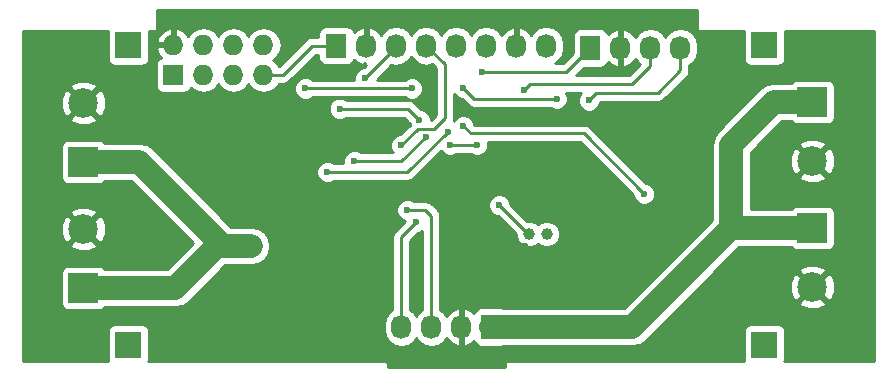
<source format=gbr>
G04 #@! TF.FileFunction,Copper,L2,Bot,Signal*
%FSLAX46Y46*%
G04 Gerber Fmt 4.6, Leading zero omitted, Abs format (unit mm)*
G04 Created by KiCad (PCBNEW 4.0.2-stable) date 2016年09月17日 星期六 10:25:48*
%MOMM*%
G01*
G04 APERTURE LIST*
%ADD10C,0.100000*%
%ADD11R,2.500000X2.500000*%
%ADD12C,2.500000*%
%ADD13R,2.235200X2.235200*%
%ADD14R,1.727200X2.032000*%
%ADD15O,1.727200X2.032000*%
%ADD16R,1.727200X1.727200*%
%ADD17O,1.727200X1.727200*%
%ADD18C,1.000760*%
%ADD19C,0.600000*%
%ADD20C,2.000000*%
%ADD21C,0.250000*%
%ADD22C,0.254000*%
G04 APERTURE END LIST*
D10*
D11*
X175260000Y-80772000D03*
D12*
X175260000Y-85772000D03*
D11*
X175260000Y-91440000D03*
D12*
X175260000Y-96440000D03*
D13*
X171196000Y-75946000D03*
X171196000Y-101346000D03*
D11*
X113538000Y-85852000D03*
D12*
X113538000Y-80852000D03*
D11*
X113538000Y-96520000D03*
D12*
X113538000Y-91520000D03*
D13*
X117348000Y-75946000D03*
X117348000Y-101346000D03*
D14*
X134937500Y-76009500D03*
D15*
X137477500Y-76009500D03*
X140017500Y-76009500D03*
X142557500Y-76009500D03*
X145097500Y-76009500D03*
X147637500Y-76009500D03*
X150177500Y-76009500D03*
X152717500Y-76009500D03*
D14*
X148082000Y-99822000D03*
D15*
X145542000Y-99822000D03*
X143002000Y-99822000D03*
X140462000Y-99822000D03*
D14*
X156464000Y-76200000D03*
D15*
X159004000Y-76200000D03*
X161544000Y-76200000D03*
X164084000Y-76200000D03*
D16*
X121158000Y-78486000D03*
D17*
X121158000Y-75946000D03*
X123698000Y-78486000D03*
X123698000Y-75946000D03*
X126238000Y-78486000D03*
X126238000Y-75946000D03*
X128778000Y-78486000D03*
X128778000Y-75946000D03*
D18*
X152768300Y-91948000D03*
X151269700Y-91948000D03*
D19*
X127711200Y-92964000D03*
X147320000Y-78232000D03*
X146875500Y-84391500D03*
X144589500Y-84391500D03*
X141732000Y-94640400D03*
X147777200Y-82296000D03*
X143154400Y-78181200D03*
X139242800Y-78638400D03*
X141071600Y-82727800D03*
X146786600Y-96469200D03*
X152882600Y-95758000D03*
X149072600Y-95173800D03*
X150901400Y-92938600D03*
X149580600Y-92913200D03*
X156489400Y-93751400D03*
X154432000Y-93091000D03*
X155956000Y-85648800D03*
X153746200Y-85598000D03*
X153898600Y-84455000D03*
X148640800Y-85572600D03*
X147091400Y-91211400D03*
X139674600Y-89992200D03*
X136906000Y-93345000D03*
X148742400Y-89509600D03*
X153619200Y-80492600D03*
X145694400Y-79552800D03*
X161010600Y-88544400D03*
X145694400Y-82804000D03*
X134188200Y-86690200D03*
X144373600Y-83286600D03*
X136474200Y-85801200D03*
X142519400Y-83718400D03*
X137414000Y-78740000D03*
X140462000Y-84455000D03*
X140970000Y-89916000D03*
X141732000Y-90932000D03*
X150876000Y-79756000D03*
X156337000Y-80645000D03*
X132334000Y-79629000D03*
X141351000Y-79629000D03*
X135229600Y-81330800D03*
X141986000Y-82296000D03*
D20*
X125374400Y-92964000D02*
X118262400Y-85852000D01*
X118262400Y-85852000D02*
X113538000Y-85852000D01*
X127711200Y-92964000D02*
X125374400Y-92964000D01*
X124866400Y-92964000D02*
X121310400Y-96520000D01*
X121310400Y-96520000D02*
X113538000Y-96520000D01*
X127711200Y-92964000D02*
X124866400Y-92964000D01*
X175260000Y-80772000D02*
X172010000Y-80772000D01*
X172010000Y-80772000D02*
X168402000Y-84380000D01*
X168402000Y-84380000D02*
X168402000Y-91440000D01*
X160020000Y-99822000D02*
X168402000Y-91440000D01*
X168402000Y-91440000D02*
X175260000Y-91440000D01*
X148082000Y-99822000D02*
X160020000Y-99822000D01*
D21*
X154432000Y-78232000D02*
X156464000Y-76200000D01*
X147320000Y-78232000D02*
X154432000Y-78232000D01*
X134937500Y-76009500D02*
X132905500Y-76009500D01*
X130429000Y-78486000D02*
X128778000Y-78486000D01*
X132905500Y-76009500D02*
X130429000Y-78486000D01*
X146875500Y-84391500D02*
X144589500Y-84391500D01*
X148742400Y-89509600D02*
X151180800Y-91948000D01*
X151180800Y-91948000D02*
X151269700Y-91948000D01*
X146634200Y-80492600D02*
X153619200Y-80492600D01*
X145694400Y-79552800D02*
X146634200Y-80492600D01*
X155905200Y-83439000D02*
X161010600Y-88544400D01*
X146329400Y-83439000D02*
X155905200Y-83439000D01*
X145694400Y-82804000D02*
X146329400Y-83439000D01*
X140970000Y-86690200D02*
X134188200Y-86690200D01*
X144373600Y-83286600D02*
X140970000Y-86690200D01*
X140436600Y-85801200D02*
X136474200Y-85801200D01*
X142519400Y-83718400D02*
X140436600Y-85801200D01*
X137414000Y-78740000D02*
X140017500Y-76136500D01*
X140017500Y-76136500D02*
X140017500Y-76009500D01*
X144145000Y-77597000D02*
X142557500Y-76009500D01*
X144145000Y-82169000D02*
X144145000Y-77597000D01*
X143256000Y-83058000D02*
X144145000Y-82169000D01*
X141859000Y-83058000D02*
X143256000Y-83058000D01*
X140462000Y-84455000D02*
X141859000Y-83058000D01*
X143002000Y-90424000D02*
X143002000Y-99822000D01*
X142494000Y-89916000D02*
X143002000Y-90424000D01*
X140970000Y-89916000D02*
X142494000Y-89916000D01*
X140462000Y-92202000D02*
X140462000Y-99822000D01*
X141732000Y-90932000D02*
X140462000Y-92202000D01*
X161544000Y-77724000D02*
X161544000Y-76200000D01*
X160020000Y-79248000D02*
X161544000Y-77724000D01*
X151384000Y-79248000D02*
X160020000Y-79248000D01*
X150876000Y-79756000D02*
X151384000Y-79248000D01*
X164084000Y-78105000D02*
X164084000Y-76200000D01*
X162179000Y-80010000D02*
X164084000Y-78105000D01*
X156972000Y-80010000D02*
X162179000Y-80010000D01*
X156337000Y-80645000D02*
X156972000Y-80010000D01*
X141351000Y-79629000D02*
X132334000Y-79629000D01*
X141020800Y-81330800D02*
X135229600Y-81330800D01*
X141986000Y-82296000D02*
X141020800Y-81330800D01*
D22*
G36*
X165481000Y-74676000D02*
X165491006Y-74725410D01*
X165519447Y-74767035D01*
X165561841Y-74794315D01*
X165608000Y-74803000D01*
X169436104Y-74803000D01*
X169430960Y-74828400D01*
X169430960Y-77063600D01*
X169475238Y-77298917D01*
X169614310Y-77515041D01*
X169826510Y-77660031D01*
X170078400Y-77711040D01*
X172313600Y-77711040D01*
X172548917Y-77666762D01*
X172765041Y-77527690D01*
X172910031Y-77315490D01*
X172961040Y-77063600D01*
X172961040Y-74828400D01*
X172956261Y-74803000D01*
X180442800Y-74803000D01*
X180442800Y-102743000D01*
X172891234Y-102743000D01*
X172910031Y-102715490D01*
X172961040Y-102463600D01*
X172961040Y-100228400D01*
X172916762Y-99993083D01*
X172777690Y-99776959D01*
X172565490Y-99631969D01*
X172313600Y-99580960D01*
X170078400Y-99580960D01*
X169843083Y-99625238D01*
X169626959Y-99764310D01*
X169481969Y-99976510D01*
X169430960Y-100228400D01*
X169430960Y-102463600D01*
X169475238Y-102698917D01*
X169503605Y-102743000D01*
X149352000Y-102743000D01*
X149302590Y-102753006D01*
X149260965Y-102781447D01*
X149233685Y-102823841D01*
X149225000Y-102870000D01*
X149225000Y-103251000D01*
X139319000Y-103251000D01*
X139319000Y-102870000D01*
X139308994Y-102820590D01*
X139280553Y-102778965D01*
X139238159Y-102751685D01*
X139192000Y-102743000D01*
X119043234Y-102743000D01*
X119062031Y-102715490D01*
X119113040Y-102463600D01*
X119113040Y-100228400D01*
X119068762Y-99993083D01*
X118929690Y-99776959D01*
X118725227Y-99637255D01*
X138963400Y-99637255D01*
X138963400Y-100006745D01*
X139077474Y-100580234D01*
X139402330Y-101066415D01*
X139888511Y-101391271D01*
X140462000Y-101505345D01*
X141035489Y-101391271D01*
X141521670Y-101066415D01*
X141732000Y-100751634D01*
X141942330Y-101066415D01*
X142428511Y-101391271D01*
X143002000Y-101505345D01*
X143575489Y-101391271D01*
X144061670Y-101066415D01*
X144268461Y-100756931D01*
X144639964Y-101172732D01*
X145167209Y-101426709D01*
X145182974Y-101429358D01*
X145415000Y-101308217D01*
X145415000Y-99949000D01*
X145395000Y-99949000D01*
X145395000Y-99695000D01*
X145415000Y-99695000D01*
X145415000Y-98335783D01*
X145669000Y-98335783D01*
X145669000Y-99695000D01*
X145689000Y-99695000D01*
X145689000Y-99949000D01*
X145669000Y-99949000D01*
X145669000Y-101308217D01*
X145901026Y-101429358D01*
X145916791Y-101426709D01*
X146444036Y-101172732D01*
X146600907Y-100997155D01*
X146615238Y-101073317D01*
X146754310Y-101289441D01*
X146966510Y-101434431D01*
X147218400Y-101485440D01*
X148945600Y-101485440D01*
X149096745Y-101457000D01*
X160019995Y-101457000D01*
X160020000Y-101457001D01*
X160645688Y-101332543D01*
X161176120Y-100978120D01*
X164380920Y-97773320D01*
X174106285Y-97773320D01*
X174235533Y-98066123D01*
X174935806Y-98334388D01*
X175685435Y-98314250D01*
X176284467Y-98066123D01*
X176413715Y-97773320D01*
X175260000Y-96619605D01*
X174106285Y-97773320D01*
X164380920Y-97773320D01*
X166038434Y-96115806D01*
X173365612Y-96115806D01*
X173385750Y-96865435D01*
X173633877Y-97464467D01*
X173926680Y-97593715D01*
X175080395Y-96440000D01*
X175439605Y-96440000D01*
X176593320Y-97593715D01*
X176886123Y-97464467D01*
X177154388Y-96764194D01*
X177134250Y-96014565D01*
X176886123Y-95415533D01*
X176593320Y-95286285D01*
X175439605Y-96440000D01*
X175080395Y-96440000D01*
X173926680Y-95286285D01*
X173633877Y-95415533D01*
X173365612Y-96115806D01*
X166038434Y-96115806D01*
X167047560Y-95106680D01*
X174106285Y-95106680D01*
X175260000Y-96260395D01*
X176413715Y-95106680D01*
X176284467Y-94813877D01*
X175584194Y-94545612D01*
X174834565Y-94565750D01*
X174235533Y-94813877D01*
X174106285Y-95106680D01*
X167047560Y-95106680D01*
X169079240Y-93075000D01*
X173503156Y-93075000D01*
X173545910Y-93141441D01*
X173758110Y-93286431D01*
X174010000Y-93337440D01*
X176510000Y-93337440D01*
X176745317Y-93293162D01*
X176961441Y-93154090D01*
X177106431Y-92941890D01*
X177157440Y-92690000D01*
X177157440Y-90190000D01*
X177113162Y-89954683D01*
X176974090Y-89738559D01*
X176761890Y-89593569D01*
X176510000Y-89542560D01*
X174010000Y-89542560D01*
X173774683Y-89586838D01*
X173558559Y-89725910D01*
X173504519Y-89805000D01*
X170037000Y-89805000D01*
X170037000Y-87105320D01*
X174106285Y-87105320D01*
X174235533Y-87398123D01*
X174935806Y-87666388D01*
X175685435Y-87646250D01*
X176284467Y-87398123D01*
X176413715Y-87105320D01*
X175260000Y-85951605D01*
X174106285Y-87105320D01*
X170037000Y-87105320D01*
X170037000Y-85447806D01*
X173365612Y-85447806D01*
X173385750Y-86197435D01*
X173633877Y-86796467D01*
X173926680Y-86925715D01*
X175080395Y-85772000D01*
X175439605Y-85772000D01*
X176593320Y-86925715D01*
X176886123Y-86796467D01*
X177154388Y-86096194D01*
X177134250Y-85346565D01*
X176886123Y-84747533D01*
X176593320Y-84618285D01*
X175439605Y-85772000D01*
X175080395Y-85772000D01*
X173926680Y-84618285D01*
X173633877Y-84747533D01*
X173365612Y-85447806D01*
X170037000Y-85447806D01*
X170037000Y-85057240D01*
X170655559Y-84438680D01*
X174106285Y-84438680D01*
X175260000Y-85592395D01*
X176413715Y-84438680D01*
X176284467Y-84145877D01*
X175584194Y-83877612D01*
X174834565Y-83897750D01*
X174235533Y-84145877D01*
X174106285Y-84438680D01*
X170655559Y-84438680D01*
X172687239Y-82407000D01*
X173503156Y-82407000D01*
X173545910Y-82473441D01*
X173758110Y-82618431D01*
X174010000Y-82669440D01*
X176510000Y-82669440D01*
X176745317Y-82625162D01*
X176961441Y-82486090D01*
X177106431Y-82273890D01*
X177157440Y-82022000D01*
X177157440Y-79522000D01*
X177113162Y-79286683D01*
X176974090Y-79070559D01*
X176761890Y-78925569D01*
X176510000Y-78874560D01*
X174010000Y-78874560D01*
X173774683Y-78918838D01*
X173558559Y-79057910D01*
X173504519Y-79137000D01*
X172010005Y-79137000D01*
X172010000Y-79136999D01*
X171441911Y-79250000D01*
X171384313Y-79261457D01*
X170853880Y-79615880D01*
X170853878Y-79615883D01*
X167245880Y-83223880D01*
X166891457Y-83754312D01*
X166766999Y-84380000D01*
X166767000Y-84380005D01*
X166767000Y-90762760D01*
X159342760Y-98187000D01*
X149086041Y-98187000D01*
X148945600Y-98158560D01*
X147218400Y-98158560D01*
X146983083Y-98202838D01*
X146766959Y-98341910D01*
X146621969Y-98554110D01*
X146602768Y-98648927D01*
X146444036Y-98471268D01*
X145916791Y-98217291D01*
X145901026Y-98214642D01*
X145669000Y-98335783D01*
X145415000Y-98335783D01*
X145182974Y-98214642D01*
X145167209Y-98217291D01*
X144639964Y-98471268D01*
X144268461Y-98887069D01*
X144061670Y-98577585D01*
X143762000Y-98377352D01*
X143762000Y-90424000D01*
X143704148Y-90133161D01*
X143539401Y-89886599D01*
X143347569Y-89694767D01*
X147807238Y-89694767D01*
X147949283Y-90038543D01*
X148212073Y-90301792D01*
X148555601Y-90444438D01*
X148602477Y-90444479D01*
X150134295Y-91976297D01*
X150134124Y-92172850D01*
X150306611Y-92590301D01*
X150625719Y-92909967D01*
X151042868Y-93083182D01*
X151494550Y-93083576D01*
X151912001Y-92911089D01*
X152018906Y-92804370D01*
X152124319Y-92909967D01*
X152541468Y-93083182D01*
X152993150Y-93083576D01*
X153410601Y-92911089D01*
X153730267Y-92591981D01*
X153903482Y-92174832D01*
X153903876Y-91723150D01*
X153731389Y-91305699D01*
X153412281Y-90986033D01*
X152995132Y-90812818D01*
X152543450Y-90812424D01*
X152125999Y-90984911D01*
X152019094Y-91091630D01*
X151913681Y-90986033D01*
X151496532Y-90812818D01*
X151120092Y-90812490D01*
X149677522Y-89369920D01*
X149677562Y-89324433D01*
X149535517Y-88980657D01*
X149272727Y-88717408D01*
X148929199Y-88574762D01*
X148557233Y-88574438D01*
X148213457Y-88716483D01*
X147950208Y-88979273D01*
X147807562Y-89322801D01*
X147807238Y-89694767D01*
X143347569Y-89694767D01*
X143031401Y-89378599D01*
X142784839Y-89213852D01*
X142494000Y-89156000D01*
X141532463Y-89156000D01*
X141500327Y-89123808D01*
X141156799Y-88981162D01*
X140784833Y-88980838D01*
X140441057Y-89122883D01*
X140177808Y-89385673D01*
X140035162Y-89729201D01*
X140034838Y-90101167D01*
X140176883Y-90444943D01*
X140439673Y-90708192D01*
X140751517Y-90837681D01*
X139924599Y-91664599D01*
X139759852Y-91911161D01*
X139702000Y-92202000D01*
X139702000Y-98377352D01*
X139402330Y-98577585D01*
X139077474Y-99063766D01*
X138963400Y-99637255D01*
X118725227Y-99637255D01*
X118717490Y-99631969D01*
X118465600Y-99580960D01*
X116230400Y-99580960D01*
X115995083Y-99625238D01*
X115778959Y-99764310D01*
X115633969Y-99976510D01*
X115582960Y-100228400D01*
X115582960Y-102463600D01*
X115627238Y-102698917D01*
X115655605Y-102743000D01*
X108406000Y-102743000D01*
X108406000Y-92853320D01*
X112384285Y-92853320D01*
X112513533Y-93146123D01*
X113213806Y-93414388D01*
X113963435Y-93394250D01*
X114562467Y-93146123D01*
X114691715Y-92853320D01*
X113538000Y-91699605D01*
X112384285Y-92853320D01*
X108406000Y-92853320D01*
X108406000Y-91195806D01*
X111643612Y-91195806D01*
X111663750Y-91945435D01*
X111911877Y-92544467D01*
X112204680Y-92673715D01*
X113358395Y-91520000D01*
X113717605Y-91520000D01*
X114871320Y-92673715D01*
X115164123Y-92544467D01*
X115432388Y-91844194D01*
X115412250Y-91094565D01*
X115164123Y-90495533D01*
X114871320Y-90366285D01*
X113717605Y-91520000D01*
X113358395Y-91520000D01*
X112204680Y-90366285D01*
X111911877Y-90495533D01*
X111643612Y-91195806D01*
X108406000Y-91195806D01*
X108406000Y-90186680D01*
X112384285Y-90186680D01*
X113538000Y-91340395D01*
X114691715Y-90186680D01*
X114562467Y-89893877D01*
X113862194Y-89625612D01*
X113112565Y-89645750D01*
X112513533Y-89893877D01*
X112384285Y-90186680D01*
X108406000Y-90186680D01*
X108406000Y-84602000D01*
X111640560Y-84602000D01*
X111640560Y-87102000D01*
X111684838Y-87337317D01*
X111823910Y-87553441D01*
X112036110Y-87698431D01*
X112288000Y-87749440D01*
X114788000Y-87749440D01*
X115023317Y-87705162D01*
X115239441Y-87566090D01*
X115293481Y-87487000D01*
X117585160Y-87487000D01*
X122808161Y-92710000D01*
X120633160Y-94885000D01*
X115294844Y-94885000D01*
X115252090Y-94818559D01*
X115039890Y-94673569D01*
X114788000Y-94622560D01*
X112288000Y-94622560D01*
X112052683Y-94666838D01*
X111836559Y-94805910D01*
X111691569Y-95018110D01*
X111640560Y-95270000D01*
X111640560Y-97770000D01*
X111684838Y-98005317D01*
X111823910Y-98221441D01*
X112036110Y-98366431D01*
X112288000Y-98417440D01*
X114788000Y-98417440D01*
X115023317Y-98373162D01*
X115239441Y-98234090D01*
X115293481Y-98155000D01*
X121310395Y-98155000D01*
X121310400Y-98155001D01*
X121936088Y-98030543D01*
X122466520Y-97676120D01*
X125543639Y-94599000D01*
X127711200Y-94599000D01*
X128336887Y-94474543D01*
X128867320Y-94120120D01*
X129221743Y-93589687D01*
X129346200Y-92964000D01*
X129221743Y-92338313D01*
X128867320Y-91807880D01*
X128336887Y-91453457D01*
X127711200Y-91329000D01*
X126051639Y-91329000D01*
X119418520Y-84695880D01*
X118888088Y-84341457D01*
X118262400Y-84216999D01*
X118262395Y-84217000D01*
X115294844Y-84217000D01*
X115252090Y-84150559D01*
X115039890Y-84005569D01*
X114788000Y-83954560D01*
X112288000Y-83954560D01*
X112052683Y-83998838D01*
X111836559Y-84137910D01*
X111691569Y-84350110D01*
X111640560Y-84602000D01*
X108406000Y-84602000D01*
X108406000Y-82185320D01*
X112384285Y-82185320D01*
X112513533Y-82478123D01*
X113213806Y-82746388D01*
X113963435Y-82726250D01*
X114562467Y-82478123D01*
X114691715Y-82185320D01*
X113538000Y-81031605D01*
X112384285Y-82185320D01*
X108406000Y-82185320D01*
X108406000Y-80527806D01*
X111643612Y-80527806D01*
X111663750Y-81277435D01*
X111911877Y-81876467D01*
X112204680Y-82005715D01*
X113358395Y-80852000D01*
X113717605Y-80852000D01*
X114871320Y-82005715D01*
X115164123Y-81876467D01*
X115432388Y-81176194D01*
X115412250Y-80426565D01*
X115164123Y-79827533D01*
X114871320Y-79698285D01*
X113717605Y-80852000D01*
X113358395Y-80852000D01*
X112204680Y-79698285D01*
X111911877Y-79827533D01*
X111643612Y-80527806D01*
X108406000Y-80527806D01*
X108406000Y-79518680D01*
X112384285Y-79518680D01*
X113538000Y-80672395D01*
X114691715Y-79518680D01*
X114562467Y-79225877D01*
X113862194Y-78957612D01*
X113112565Y-78977750D01*
X112513533Y-79225877D01*
X112384285Y-79518680D01*
X108406000Y-79518680D01*
X108406000Y-74803000D01*
X115588104Y-74803000D01*
X115582960Y-74828400D01*
X115582960Y-77063600D01*
X115627238Y-77298917D01*
X115766310Y-77515041D01*
X115978510Y-77660031D01*
X116230400Y-77711040D01*
X118465600Y-77711040D01*
X118700917Y-77666762D01*
X118769857Y-77622400D01*
X119646960Y-77622400D01*
X119646960Y-79349600D01*
X119691238Y-79584917D01*
X119830310Y-79801041D01*
X120042510Y-79946031D01*
X120294400Y-79997040D01*
X122021600Y-79997040D01*
X122256917Y-79952762D01*
X122473041Y-79813690D01*
X122618031Y-79601490D01*
X122626908Y-79557655D01*
X123095152Y-79870526D01*
X123668641Y-79984600D01*
X123727359Y-79984600D01*
X124300848Y-79870526D01*
X124787029Y-79545670D01*
X124968000Y-79274828D01*
X125148971Y-79545670D01*
X125635152Y-79870526D01*
X126208641Y-79984600D01*
X126267359Y-79984600D01*
X126840848Y-79870526D01*
X127327029Y-79545670D01*
X127508000Y-79274828D01*
X127688971Y-79545670D01*
X128175152Y-79870526D01*
X128748641Y-79984600D01*
X128807359Y-79984600D01*
X129380848Y-79870526D01*
X129867029Y-79545670D01*
X130067262Y-79246000D01*
X130429000Y-79246000D01*
X130719839Y-79188148D01*
X130966401Y-79023401D01*
X133220302Y-76769500D01*
X133426460Y-76769500D01*
X133426460Y-77025500D01*
X133470738Y-77260817D01*
X133609810Y-77476941D01*
X133822010Y-77621931D01*
X134073900Y-77672940D01*
X135801100Y-77672940D01*
X136036417Y-77628662D01*
X136252541Y-77489590D01*
X136397531Y-77277390D01*
X136416732Y-77182573D01*
X136575464Y-77360232D01*
X137102709Y-77614209D01*
X137118474Y-77616858D01*
X137350498Y-77495718D01*
X137350498Y-77660500D01*
X137418698Y-77660500D01*
X137274320Y-77804878D01*
X137228833Y-77804838D01*
X136885057Y-77946883D01*
X136621808Y-78209673D01*
X136479162Y-78553201D01*
X136478887Y-78869000D01*
X132896463Y-78869000D01*
X132864327Y-78836808D01*
X132520799Y-78694162D01*
X132148833Y-78693838D01*
X131805057Y-78835883D01*
X131541808Y-79098673D01*
X131399162Y-79442201D01*
X131398838Y-79814167D01*
X131540883Y-80157943D01*
X131803673Y-80421192D01*
X132147201Y-80563838D01*
X132519167Y-80564162D01*
X132862943Y-80422117D01*
X132896118Y-80389000D01*
X140788537Y-80389000D01*
X140820673Y-80421192D01*
X141164201Y-80563838D01*
X141536167Y-80564162D01*
X141879943Y-80422117D01*
X142143192Y-80159327D01*
X142285838Y-79815799D01*
X142286162Y-79443833D01*
X142144117Y-79100057D01*
X141881327Y-78836808D01*
X141537799Y-78694162D01*
X141165833Y-78693838D01*
X140822057Y-78835883D01*
X140788882Y-78869000D01*
X138359802Y-78869000D01*
X139615850Y-77612952D01*
X140017500Y-77692845D01*
X140590989Y-77578771D01*
X141077170Y-77253915D01*
X141287500Y-76939134D01*
X141497830Y-77253915D01*
X141984011Y-77578771D01*
X142557500Y-77692845D01*
X143065079Y-77591881D01*
X143385000Y-77911802D01*
X143385000Y-81854198D01*
X142941198Y-82298000D01*
X142920999Y-82298000D01*
X142921162Y-82110833D01*
X142779117Y-81767057D01*
X142516327Y-81503808D01*
X142172799Y-81361162D01*
X142125923Y-81361121D01*
X141558201Y-80793399D01*
X141311639Y-80628652D01*
X141020800Y-80570800D01*
X135792063Y-80570800D01*
X135759927Y-80538608D01*
X135416399Y-80395962D01*
X135044433Y-80395638D01*
X134700657Y-80537683D01*
X134437408Y-80800473D01*
X134294762Y-81144001D01*
X134294438Y-81515967D01*
X134436483Y-81859743D01*
X134699273Y-82122992D01*
X135042801Y-82265638D01*
X135414767Y-82265962D01*
X135758543Y-82123917D01*
X135791718Y-82090800D01*
X140705998Y-82090800D01*
X141050878Y-82435680D01*
X141050838Y-82481167D01*
X141141533Y-82700665D01*
X140322320Y-83519878D01*
X140276833Y-83519838D01*
X139933057Y-83661883D01*
X139669808Y-83924673D01*
X139527162Y-84268201D01*
X139526838Y-84640167D01*
X139668883Y-84983943D01*
X139726040Y-85041200D01*
X137036663Y-85041200D01*
X137004527Y-85009008D01*
X136660999Y-84866362D01*
X136289033Y-84866038D01*
X135945257Y-85008083D01*
X135682008Y-85270873D01*
X135539362Y-85614401D01*
X135539087Y-85930200D01*
X134750663Y-85930200D01*
X134718527Y-85898008D01*
X134374999Y-85755362D01*
X134003033Y-85755038D01*
X133659257Y-85897083D01*
X133396008Y-86159873D01*
X133253362Y-86503401D01*
X133253038Y-86875367D01*
X133395083Y-87219143D01*
X133657873Y-87482392D01*
X134001401Y-87625038D01*
X134373367Y-87625362D01*
X134717143Y-87483317D01*
X134750318Y-87450200D01*
X140970000Y-87450200D01*
X141260839Y-87392348D01*
X141507401Y-87227601D01*
X143805463Y-84929539D01*
X144059173Y-85183692D01*
X144402701Y-85326338D01*
X144774667Y-85326662D01*
X145118443Y-85184617D01*
X145151618Y-85151500D01*
X146313037Y-85151500D01*
X146345173Y-85183692D01*
X146688701Y-85326338D01*
X147060667Y-85326662D01*
X147404443Y-85184617D01*
X147667692Y-84921827D01*
X147810338Y-84578299D01*
X147810662Y-84206333D01*
X147807632Y-84199000D01*
X155590398Y-84199000D01*
X160075478Y-88684080D01*
X160075438Y-88729567D01*
X160217483Y-89073343D01*
X160480273Y-89336592D01*
X160823801Y-89479238D01*
X161195767Y-89479562D01*
X161539543Y-89337517D01*
X161802792Y-89074727D01*
X161945438Y-88731199D01*
X161945762Y-88359233D01*
X161803717Y-88015457D01*
X161540927Y-87752208D01*
X161197399Y-87609562D01*
X161150523Y-87609521D01*
X156442601Y-82901599D01*
X156196039Y-82736852D01*
X155905200Y-82679000D01*
X146644202Y-82679000D01*
X146629522Y-82664320D01*
X146629562Y-82618833D01*
X146487517Y-82275057D01*
X146224727Y-82011808D01*
X145881199Y-81869162D01*
X145509233Y-81868838D01*
X145165457Y-82010883D01*
X144902208Y-82273673D01*
X144867601Y-82357015D01*
X144905000Y-82169000D01*
X144905000Y-80085466D01*
X145164073Y-80344992D01*
X145507601Y-80487638D01*
X145554477Y-80487679D01*
X146096799Y-81030001D01*
X146343361Y-81194748D01*
X146634200Y-81252600D01*
X153056737Y-81252600D01*
X153088873Y-81284792D01*
X153432401Y-81427438D01*
X153804367Y-81427762D01*
X154148143Y-81285717D01*
X154411392Y-81022927D01*
X154554038Y-80679399D01*
X154554362Y-80307433D01*
X154430639Y-80008000D01*
X155651667Y-80008000D01*
X155544808Y-80114673D01*
X155402162Y-80458201D01*
X155401838Y-80830167D01*
X155543883Y-81173943D01*
X155806673Y-81437192D01*
X156150201Y-81579838D01*
X156522167Y-81580162D01*
X156865943Y-81438117D01*
X157129192Y-81175327D01*
X157271838Y-80831799D01*
X157271879Y-80784923D01*
X157286802Y-80770000D01*
X162179000Y-80770000D01*
X162469839Y-80712148D01*
X162716401Y-80547401D01*
X164621401Y-78642401D01*
X164786148Y-78395839D01*
X164844000Y-78105000D01*
X164844000Y-77644648D01*
X165143670Y-77444415D01*
X165468526Y-76958234D01*
X165582600Y-76384745D01*
X165582600Y-76015255D01*
X165468526Y-75441766D01*
X165143670Y-74955585D01*
X164657489Y-74630729D01*
X164084000Y-74516655D01*
X163510511Y-74630729D01*
X163024330Y-74955585D01*
X162814000Y-75270366D01*
X162603670Y-74955585D01*
X162117489Y-74630729D01*
X161544000Y-74516655D01*
X160970511Y-74630729D01*
X160484330Y-74955585D01*
X160277539Y-75265069D01*
X159906036Y-74849268D01*
X159378791Y-74595291D01*
X159363026Y-74592642D01*
X159131000Y-74713783D01*
X159131000Y-76073000D01*
X159151000Y-76073000D01*
X159151000Y-76327000D01*
X159131000Y-76327000D01*
X159131000Y-77686217D01*
X159363026Y-77807358D01*
X159378791Y-77804709D01*
X159906036Y-77550732D01*
X160277539Y-77134931D01*
X160484330Y-77444415D01*
X160642858Y-77550340D01*
X159705198Y-78488000D01*
X155250802Y-78488000D01*
X155875362Y-77863440D01*
X157327600Y-77863440D01*
X157562917Y-77819162D01*
X157779041Y-77680090D01*
X157924031Y-77467890D01*
X157943232Y-77373073D01*
X158101964Y-77550732D01*
X158629209Y-77804709D01*
X158644974Y-77807358D01*
X158877000Y-77686217D01*
X158877000Y-76327000D01*
X158857000Y-76327000D01*
X158857000Y-76073000D01*
X158877000Y-76073000D01*
X158877000Y-74713783D01*
X158644974Y-74592642D01*
X158629209Y-74595291D01*
X158101964Y-74849268D01*
X157945093Y-75024845D01*
X157930762Y-74948683D01*
X157791690Y-74732559D01*
X157579490Y-74587569D01*
X157327600Y-74536560D01*
X155600400Y-74536560D01*
X155365083Y-74580838D01*
X155148959Y-74719910D01*
X155003969Y-74932110D01*
X154952960Y-75184000D01*
X154952960Y-76636238D01*
X154117198Y-77472000D01*
X153450783Y-77472000D01*
X153777170Y-77253915D01*
X154102026Y-76767734D01*
X154216100Y-76194245D01*
X154216100Y-75824755D01*
X154102026Y-75251266D01*
X153777170Y-74765085D01*
X153290989Y-74440229D01*
X152717500Y-74326155D01*
X152144011Y-74440229D01*
X151657830Y-74765085D01*
X151451039Y-75074569D01*
X151079536Y-74658768D01*
X150552291Y-74404791D01*
X150536526Y-74402142D01*
X150304500Y-74523283D01*
X150304500Y-75882500D01*
X150324500Y-75882500D01*
X150324500Y-76136500D01*
X150304500Y-76136500D01*
X150304500Y-76156500D01*
X150050500Y-76156500D01*
X150050500Y-76136500D01*
X150030500Y-76136500D01*
X150030500Y-75882500D01*
X150050500Y-75882500D01*
X150050500Y-74523283D01*
X149818474Y-74402142D01*
X149802709Y-74404791D01*
X149275464Y-74658768D01*
X148903961Y-75074569D01*
X148697170Y-74765085D01*
X148210989Y-74440229D01*
X147637500Y-74326155D01*
X147064011Y-74440229D01*
X146577830Y-74765085D01*
X146367500Y-75079866D01*
X146157170Y-74765085D01*
X145670989Y-74440229D01*
X145097500Y-74326155D01*
X144524011Y-74440229D01*
X144037830Y-74765085D01*
X143827500Y-75079866D01*
X143617170Y-74765085D01*
X143130989Y-74440229D01*
X142557500Y-74326155D01*
X141984011Y-74440229D01*
X141497830Y-74765085D01*
X141287500Y-75079866D01*
X141077170Y-74765085D01*
X140590989Y-74440229D01*
X140017500Y-74326155D01*
X139444011Y-74440229D01*
X138957830Y-74765085D01*
X138751039Y-75074569D01*
X138379536Y-74658768D01*
X137852291Y-74404791D01*
X137836526Y-74402142D01*
X137604500Y-74523283D01*
X137604500Y-75882500D01*
X137624500Y-75882500D01*
X137624500Y-76136500D01*
X137604500Y-76136500D01*
X137604500Y-76156500D01*
X137350500Y-76156500D01*
X137350500Y-76136500D01*
X137330500Y-76136500D01*
X137330500Y-75882500D01*
X137350500Y-75882500D01*
X137350500Y-74523283D01*
X137118474Y-74402142D01*
X137102709Y-74404791D01*
X136575464Y-74658768D01*
X136418593Y-74834345D01*
X136404262Y-74758183D01*
X136265190Y-74542059D01*
X136052990Y-74397069D01*
X135801100Y-74346060D01*
X134073900Y-74346060D01*
X133838583Y-74390338D01*
X133622459Y-74529410D01*
X133477469Y-74741610D01*
X133426460Y-74993500D01*
X133426460Y-75249500D01*
X132905500Y-75249500D01*
X132614661Y-75307352D01*
X132368099Y-75472099D01*
X130114198Y-77726000D01*
X130067262Y-77726000D01*
X129867029Y-77426330D01*
X129552248Y-77216000D01*
X129867029Y-77005670D01*
X130191885Y-76519489D01*
X130305959Y-75946000D01*
X130191885Y-75372511D01*
X129867029Y-74886330D01*
X129380848Y-74561474D01*
X128807359Y-74447400D01*
X128748641Y-74447400D01*
X128175152Y-74561474D01*
X127688971Y-74886330D01*
X127508000Y-75157172D01*
X127327029Y-74886330D01*
X126840848Y-74561474D01*
X126267359Y-74447400D01*
X126208641Y-74447400D01*
X125635152Y-74561474D01*
X125148971Y-74886330D01*
X124968000Y-75157172D01*
X124787029Y-74886330D01*
X124300848Y-74561474D01*
X123727359Y-74447400D01*
X123668641Y-74447400D01*
X123095152Y-74561474D01*
X122608971Y-74886330D01*
X122428008Y-75157161D01*
X122046490Y-74739179D01*
X121517027Y-74491032D01*
X121285000Y-74611531D01*
X121285000Y-75819000D01*
X121305000Y-75819000D01*
X121305000Y-76073000D01*
X121285000Y-76073000D01*
X121285000Y-76093000D01*
X121031000Y-76093000D01*
X121031000Y-76073000D01*
X119824183Y-76073000D01*
X119703042Y-76305026D01*
X119875312Y-76720947D01*
X120134609Y-77005027D01*
X120059083Y-77019238D01*
X119842959Y-77158310D01*
X119697969Y-77370510D01*
X119646960Y-77622400D01*
X118769857Y-77622400D01*
X118917041Y-77527690D01*
X119062031Y-77315490D01*
X119113040Y-77063600D01*
X119113040Y-75586974D01*
X119703042Y-75586974D01*
X119824183Y-75819000D01*
X121031000Y-75819000D01*
X121031000Y-74611531D01*
X120798973Y-74491032D01*
X120269510Y-74739179D01*
X119875312Y-75171053D01*
X119703042Y-75586974D01*
X119113040Y-75586974D01*
X119113040Y-74828400D01*
X119108261Y-74803000D01*
X119634000Y-74803000D01*
X119683410Y-74792994D01*
X119725035Y-74764553D01*
X119752315Y-74722159D01*
X119761000Y-74676000D01*
X119761000Y-73025000D01*
X165481000Y-73025000D01*
X165481000Y-74676000D01*
X165481000Y-74676000D01*
G37*
X165481000Y-74676000D02*
X165491006Y-74725410D01*
X165519447Y-74767035D01*
X165561841Y-74794315D01*
X165608000Y-74803000D01*
X169436104Y-74803000D01*
X169430960Y-74828400D01*
X169430960Y-77063600D01*
X169475238Y-77298917D01*
X169614310Y-77515041D01*
X169826510Y-77660031D01*
X170078400Y-77711040D01*
X172313600Y-77711040D01*
X172548917Y-77666762D01*
X172765041Y-77527690D01*
X172910031Y-77315490D01*
X172961040Y-77063600D01*
X172961040Y-74828400D01*
X172956261Y-74803000D01*
X180442800Y-74803000D01*
X180442800Y-102743000D01*
X172891234Y-102743000D01*
X172910031Y-102715490D01*
X172961040Y-102463600D01*
X172961040Y-100228400D01*
X172916762Y-99993083D01*
X172777690Y-99776959D01*
X172565490Y-99631969D01*
X172313600Y-99580960D01*
X170078400Y-99580960D01*
X169843083Y-99625238D01*
X169626959Y-99764310D01*
X169481969Y-99976510D01*
X169430960Y-100228400D01*
X169430960Y-102463600D01*
X169475238Y-102698917D01*
X169503605Y-102743000D01*
X149352000Y-102743000D01*
X149302590Y-102753006D01*
X149260965Y-102781447D01*
X149233685Y-102823841D01*
X149225000Y-102870000D01*
X149225000Y-103251000D01*
X139319000Y-103251000D01*
X139319000Y-102870000D01*
X139308994Y-102820590D01*
X139280553Y-102778965D01*
X139238159Y-102751685D01*
X139192000Y-102743000D01*
X119043234Y-102743000D01*
X119062031Y-102715490D01*
X119113040Y-102463600D01*
X119113040Y-100228400D01*
X119068762Y-99993083D01*
X118929690Y-99776959D01*
X118725227Y-99637255D01*
X138963400Y-99637255D01*
X138963400Y-100006745D01*
X139077474Y-100580234D01*
X139402330Y-101066415D01*
X139888511Y-101391271D01*
X140462000Y-101505345D01*
X141035489Y-101391271D01*
X141521670Y-101066415D01*
X141732000Y-100751634D01*
X141942330Y-101066415D01*
X142428511Y-101391271D01*
X143002000Y-101505345D01*
X143575489Y-101391271D01*
X144061670Y-101066415D01*
X144268461Y-100756931D01*
X144639964Y-101172732D01*
X145167209Y-101426709D01*
X145182974Y-101429358D01*
X145415000Y-101308217D01*
X145415000Y-99949000D01*
X145395000Y-99949000D01*
X145395000Y-99695000D01*
X145415000Y-99695000D01*
X145415000Y-98335783D01*
X145669000Y-98335783D01*
X145669000Y-99695000D01*
X145689000Y-99695000D01*
X145689000Y-99949000D01*
X145669000Y-99949000D01*
X145669000Y-101308217D01*
X145901026Y-101429358D01*
X145916791Y-101426709D01*
X146444036Y-101172732D01*
X146600907Y-100997155D01*
X146615238Y-101073317D01*
X146754310Y-101289441D01*
X146966510Y-101434431D01*
X147218400Y-101485440D01*
X148945600Y-101485440D01*
X149096745Y-101457000D01*
X160019995Y-101457000D01*
X160020000Y-101457001D01*
X160645688Y-101332543D01*
X161176120Y-100978120D01*
X164380920Y-97773320D01*
X174106285Y-97773320D01*
X174235533Y-98066123D01*
X174935806Y-98334388D01*
X175685435Y-98314250D01*
X176284467Y-98066123D01*
X176413715Y-97773320D01*
X175260000Y-96619605D01*
X174106285Y-97773320D01*
X164380920Y-97773320D01*
X166038434Y-96115806D01*
X173365612Y-96115806D01*
X173385750Y-96865435D01*
X173633877Y-97464467D01*
X173926680Y-97593715D01*
X175080395Y-96440000D01*
X175439605Y-96440000D01*
X176593320Y-97593715D01*
X176886123Y-97464467D01*
X177154388Y-96764194D01*
X177134250Y-96014565D01*
X176886123Y-95415533D01*
X176593320Y-95286285D01*
X175439605Y-96440000D01*
X175080395Y-96440000D01*
X173926680Y-95286285D01*
X173633877Y-95415533D01*
X173365612Y-96115806D01*
X166038434Y-96115806D01*
X167047560Y-95106680D01*
X174106285Y-95106680D01*
X175260000Y-96260395D01*
X176413715Y-95106680D01*
X176284467Y-94813877D01*
X175584194Y-94545612D01*
X174834565Y-94565750D01*
X174235533Y-94813877D01*
X174106285Y-95106680D01*
X167047560Y-95106680D01*
X169079240Y-93075000D01*
X173503156Y-93075000D01*
X173545910Y-93141441D01*
X173758110Y-93286431D01*
X174010000Y-93337440D01*
X176510000Y-93337440D01*
X176745317Y-93293162D01*
X176961441Y-93154090D01*
X177106431Y-92941890D01*
X177157440Y-92690000D01*
X177157440Y-90190000D01*
X177113162Y-89954683D01*
X176974090Y-89738559D01*
X176761890Y-89593569D01*
X176510000Y-89542560D01*
X174010000Y-89542560D01*
X173774683Y-89586838D01*
X173558559Y-89725910D01*
X173504519Y-89805000D01*
X170037000Y-89805000D01*
X170037000Y-87105320D01*
X174106285Y-87105320D01*
X174235533Y-87398123D01*
X174935806Y-87666388D01*
X175685435Y-87646250D01*
X176284467Y-87398123D01*
X176413715Y-87105320D01*
X175260000Y-85951605D01*
X174106285Y-87105320D01*
X170037000Y-87105320D01*
X170037000Y-85447806D01*
X173365612Y-85447806D01*
X173385750Y-86197435D01*
X173633877Y-86796467D01*
X173926680Y-86925715D01*
X175080395Y-85772000D01*
X175439605Y-85772000D01*
X176593320Y-86925715D01*
X176886123Y-86796467D01*
X177154388Y-86096194D01*
X177134250Y-85346565D01*
X176886123Y-84747533D01*
X176593320Y-84618285D01*
X175439605Y-85772000D01*
X175080395Y-85772000D01*
X173926680Y-84618285D01*
X173633877Y-84747533D01*
X173365612Y-85447806D01*
X170037000Y-85447806D01*
X170037000Y-85057240D01*
X170655559Y-84438680D01*
X174106285Y-84438680D01*
X175260000Y-85592395D01*
X176413715Y-84438680D01*
X176284467Y-84145877D01*
X175584194Y-83877612D01*
X174834565Y-83897750D01*
X174235533Y-84145877D01*
X174106285Y-84438680D01*
X170655559Y-84438680D01*
X172687239Y-82407000D01*
X173503156Y-82407000D01*
X173545910Y-82473441D01*
X173758110Y-82618431D01*
X174010000Y-82669440D01*
X176510000Y-82669440D01*
X176745317Y-82625162D01*
X176961441Y-82486090D01*
X177106431Y-82273890D01*
X177157440Y-82022000D01*
X177157440Y-79522000D01*
X177113162Y-79286683D01*
X176974090Y-79070559D01*
X176761890Y-78925569D01*
X176510000Y-78874560D01*
X174010000Y-78874560D01*
X173774683Y-78918838D01*
X173558559Y-79057910D01*
X173504519Y-79137000D01*
X172010005Y-79137000D01*
X172010000Y-79136999D01*
X171441911Y-79250000D01*
X171384313Y-79261457D01*
X170853880Y-79615880D01*
X170853878Y-79615883D01*
X167245880Y-83223880D01*
X166891457Y-83754312D01*
X166766999Y-84380000D01*
X166767000Y-84380005D01*
X166767000Y-90762760D01*
X159342760Y-98187000D01*
X149086041Y-98187000D01*
X148945600Y-98158560D01*
X147218400Y-98158560D01*
X146983083Y-98202838D01*
X146766959Y-98341910D01*
X146621969Y-98554110D01*
X146602768Y-98648927D01*
X146444036Y-98471268D01*
X145916791Y-98217291D01*
X145901026Y-98214642D01*
X145669000Y-98335783D01*
X145415000Y-98335783D01*
X145182974Y-98214642D01*
X145167209Y-98217291D01*
X144639964Y-98471268D01*
X144268461Y-98887069D01*
X144061670Y-98577585D01*
X143762000Y-98377352D01*
X143762000Y-90424000D01*
X143704148Y-90133161D01*
X143539401Y-89886599D01*
X143347569Y-89694767D01*
X147807238Y-89694767D01*
X147949283Y-90038543D01*
X148212073Y-90301792D01*
X148555601Y-90444438D01*
X148602477Y-90444479D01*
X150134295Y-91976297D01*
X150134124Y-92172850D01*
X150306611Y-92590301D01*
X150625719Y-92909967D01*
X151042868Y-93083182D01*
X151494550Y-93083576D01*
X151912001Y-92911089D01*
X152018906Y-92804370D01*
X152124319Y-92909967D01*
X152541468Y-93083182D01*
X152993150Y-93083576D01*
X153410601Y-92911089D01*
X153730267Y-92591981D01*
X153903482Y-92174832D01*
X153903876Y-91723150D01*
X153731389Y-91305699D01*
X153412281Y-90986033D01*
X152995132Y-90812818D01*
X152543450Y-90812424D01*
X152125999Y-90984911D01*
X152019094Y-91091630D01*
X151913681Y-90986033D01*
X151496532Y-90812818D01*
X151120092Y-90812490D01*
X149677522Y-89369920D01*
X149677562Y-89324433D01*
X149535517Y-88980657D01*
X149272727Y-88717408D01*
X148929199Y-88574762D01*
X148557233Y-88574438D01*
X148213457Y-88716483D01*
X147950208Y-88979273D01*
X147807562Y-89322801D01*
X147807238Y-89694767D01*
X143347569Y-89694767D01*
X143031401Y-89378599D01*
X142784839Y-89213852D01*
X142494000Y-89156000D01*
X141532463Y-89156000D01*
X141500327Y-89123808D01*
X141156799Y-88981162D01*
X140784833Y-88980838D01*
X140441057Y-89122883D01*
X140177808Y-89385673D01*
X140035162Y-89729201D01*
X140034838Y-90101167D01*
X140176883Y-90444943D01*
X140439673Y-90708192D01*
X140751517Y-90837681D01*
X139924599Y-91664599D01*
X139759852Y-91911161D01*
X139702000Y-92202000D01*
X139702000Y-98377352D01*
X139402330Y-98577585D01*
X139077474Y-99063766D01*
X138963400Y-99637255D01*
X118725227Y-99637255D01*
X118717490Y-99631969D01*
X118465600Y-99580960D01*
X116230400Y-99580960D01*
X115995083Y-99625238D01*
X115778959Y-99764310D01*
X115633969Y-99976510D01*
X115582960Y-100228400D01*
X115582960Y-102463600D01*
X115627238Y-102698917D01*
X115655605Y-102743000D01*
X108406000Y-102743000D01*
X108406000Y-92853320D01*
X112384285Y-92853320D01*
X112513533Y-93146123D01*
X113213806Y-93414388D01*
X113963435Y-93394250D01*
X114562467Y-93146123D01*
X114691715Y-92853320D01*
X113538000Y-91699605D01*
X112384285Y-92853320D01*
X108406000Y-92853320D01*
X108406000Y-91195806D01*
X111643612Y-91195806D01*
X111663750Y-91945435D01*
X111911877Y-92544467D01*
X112204680Y-92673715D01*
X113358395Y-91520000D01*
X113717605Y-91520000D01*
X114871320Y-92673715D01*
X115164123Y-92544467D01*
X115432388Y-91844194D01*
X115412250Y-91094565D01*
X115164123Y-90495533D01*
X114871320Y-90366285D01*
X113717605Y-91520000D01*
X113358395Y-91520000D01*
X112204680Y-90366285D01*
X111911877Y-90495533D01*
X111643612Y-91195806D01*
X108406000Y-91195806D01*
X108406000Y-90186680D01*
X112384285Y-90186680D01*
X113538000Y-91340395D01*
X114691715Y-90186680D01*
X114562467Y-89893877D01*
X113862194Y-89625612D01*
X113112565Y-89645750D01*
X112513533Y-89893877D01*
X112384285Y-90186680D01*
X108406000Y-90186680D01*
X108406000Y-84602000D01*
X111640560Y-84602000D01*
X111640560Y-87102000D01*
X111684838Y-87337317D01*
X111823910Y-87553441D01*
X112036110Y-87698431D01*
X112288000Y-87749440D01*
X114788000Y-87749440D01*
X115023317Y-87705162D01*
X115239441Y-87566090D01*
X115293481Y-87487000D01*
X117585160Y-87487000D01*
X122808161Y-92710000D01*
X120633160Y-94885000D01*
X115294844Y-94885000D01*
X115252090Y-94818559D01*
X115039890Y-94673569D01*
X114788000Y-94622560D01*
X112288000Y-94622560D01*
X112052683Y-94666838D01*
X111836559Y-94805910D01*
X111691569Y-95018110D01*
X111640560Y-95270000D01*
X111640560Y-97770000D01*
X111684838Y-98005317D01*
X111823910Y-98221441D01*
X112036110Y-98366431D01*
X112288000Y-98417440D01*
X114788000Y-98417440D01*
X115023317Y-98373162D01*
X115239441Y-98234090D01*
X115293481Y-98155000D01*
X121310395Y-98155000D01*
X121310400Y-98155001D01*
X121936088Y-98030543D01*
X122466520Y-97676120D01*
X125543639Y-94599000D01*
X127711200Y-94599000D01*
X128336887Y-94474543D01*
X128867320Y-94120120D01*
X129221743Y-93589687D01*
X129346200Y-92964000D01*
X129221743Y-92338313D01*
X128867320Y-91807880D01*
X128336887Y-91453457D01*
X127711200Y-91329000D01*
X126051639Y-91329000D01*
X119418520Y-84695880D01*
X118888088Y-84341457D01*
X118262400Y-84216999D01*
X118262395Y-84217000D01*
X115294844Y-84217000D01*
X115252090Y-84150559D01*
X115039890Y-84005569D01*
X114788000Y-83954560D01*
X112288000Y-83954560D01*
X112052683Y-83998838D01*
X111836559Y-84137910D01*
X111691569Y-84350110D01*
X111640560Y-84602000D01*
X108406000Y-84602000D01*
X108406000Y-82185320D01*
X112384285Y-82185320D01*
X112513533Y-82478123D01*
X113213806Y-82746388D01*
X113963435Y-82726250D01*
X114562467Y-82478123D01*
X114691715Y-82185320D01*
X113538000Y-81031605D01*
X112384285Y-82185320D01*
X108406000Y-82185320D01*
X108406000Y-80527806D01*
X111643612Y-80527806D01*
X111663750Y-81277435D01*
X111911877Y-81876467D01*
X112204680Y-82005715D01*
X113358395Y-80852000D01*
X113717605Y-80852000D01*
X114871320Y-82005715D01*
X115164123Y-81876467D01*
X115432388Y-81176194D01*
X115412250Y-80426565D01*
X115164123Y-79827533D01*
X114871320Y-79698285D01*
X113717605Y-80852000D01*
X113358395Y-80852000D01*
X112204680Y-79698285D01*
X111911877Y-79827533D01*
X111643612Y-80527806D01*
X108406000Y-80527806D01*
X108406000Y-79518680D01*
X112384285Y-79518680D01*
X113538000Y-80672395D01*
X114691715Y-79518680D01*
X114562467Y-79225877D01*
X113862194Y-78957612D01*
X113112565Y-78977750D01*
X112513533Y-79225877D01*
X112384285Y-79518680D01*
X108406000Y-79518680D01*
X108406000Y-74803000D01*
X115588104Y-74803000D01*
X115582960Y-74828400D01*
X115582960Y-77063600D01*
X115627238Y-77298917D01*
X115766310Y-77515041D01*
X115978510Y-77660031D01*
X116230400Y-77711040D01*
X118465600Y-77711040D01*
X118700917Y-77666762D01*
X118769857Y-77622400D01*
X119646960Y-77622400D01*
X119646960Y-79349600D01*
X119691238Y-79584917D01*
X119830310Y-79801041D01*
X120042510Y-79946031D01*
X120294400Y-79997040D01*
X122021600Y-79997040D01*
X122256917Y-79952762D01*
X122473041Y-79813690D01*
X122618031Y-79601490D01*
X122626908Y-79557655D01*
X123095152Y-79870526D01*
X123668641Y-79984600D01*
X123727359Y-79984600D01*
X124300848Y-79870526D01*
X124787029Y-79545670D01*
X124968000Y-79274828D01*
X125148971Y-79545670D01*
X125635152Y-79870526D01*
X126208641Y-79984600D01*
X126267359Y-79984600D01*
X126840848Y-79870526D01*
X127327029Y-79545670D01*
X127508000Y-79274828D01*
X127688971Y-79545670D01*
X128175152Y-79870526D01*
X128748641Y-79984600D01*
X128807359Y-79984600D01*
X129380848Y-79870526D01*
X129867029Y-79545670D01*
X130067262Y-79246000D01*
X130429000Y-79246000D01*
X130719839Y-79188148D01*
X130966401Y-79023401D01*
X133220302Y-76769500D01*
X133426460Y-76769500D01*
X133426460Y-77025500D01*
X133470738Y-77260817D01*
X133609810Y-77476941D01*
X133822010Y-77621931D01*
X134073900Y-77672940D01*
X135801100Y-77672940D01*
X136036417Y-77628662D01*
X136252541Y-77489590D01*
X136397531Y-77277390D01*
X136416732Y-77182573D01*
X136575464Y-77360232D01*
X137102709Y-77614209D01*
X137118474Y-77616858D01*
X137350498Y-77495718D01*
X137350498Y-77660500D01*
X137418698Y-77660500D01*
X137274320Y-77804878D01*
X137228833Y-77804838D01*
X136885057Y-77946883D01*
X136621808Y-78209673D01*
X136479162Y-78553201D01*
X136478887Y-78869000D01*
X132896463Y-78869000D01*
X132864327Y-78836808D01*
X132520799Y-78694162D01*
X132148833Y-78693838D01*
X131805057Y-78835883D01*
X131541808Y-79098673D01*
X131399162Y-79442201D01*
X131398838Y-79814167D01*
X131540883Y-80157943D01*
X131803673Y-80421192D01*
X132147201Y-80563838D01*
X132519167Y-80564162D01*
X132862943Y-80422117D01*
X132896118Y-80389000D01*
X140788537Y-80389000D01*
X140820673Y-80421192D01*
X141164201Y-80563838D01*
X141536167Y-80564162D01*
X141879943Y-80422117D01*
X142143192Y-80159327D01*
X142285838Y-79815799D01*
X142286162Y-79443833D01*
X142144117Y-79100057D01*
X141881327Y-78836808D01*
X141537799Y-78694162D01*
X141165833Y-78693838D01*
X140822057Y-78835883D01*
X140788882Y-78869000D01*
X138359802Y-78869000D01*
X139615850Y-77612952D01*
X140017500Y-77692845D01*
X140590989Y-77578771D01*
X141077170Y-77253915D01*
X141287500Y-76939134D01*
X141497830Y-77253915D01*
X141984011Y-77578771D01*
X142557500Y-77692845D01*
X143065079Y-77591881D01*
X143385000Y-77911802D01*
X143385000Y-81854198D01*
X142941198Y-82298000D01*
X142920999Y-82298000D01*
X142921162Y-82110833D01*
X142779117Y-81767057D01*
X142516327Y-81503808D01*
X142172799Y-81361162D01*
X142125923Y-81361121D01*
X141558201Y-80793399D01*
X141311639Y-80628652D01*
X141020800Y-80570800D01*
X135792063Y-80570800D01*
X135759927Y-80538608D01*
X135416399Y-80395962D01*
X135044433Y-80395638D01*
X134700657Y-80537683D01*
X134437408Y-80800473D01*
X134294762Y-81144001D01*
X134294438Y-81515967D01*
X134436483Y-81859743D01*
X134699273Y-82122992D01*
X135042801Y-82265638D01*
X135414767Y-82265962D01*
X135758543Y-82123917D01*
X135791718Y-82090800D01*
X140705998Y-82090800D01*
X141050878Y-82435680D01*
X141050838Y-82481167D01*
X141141533Y-82700665D01*
X140322320Y-83519878D01*
X140276833Y-83519838D01*
X139933057Y-83661883D01*
X139669808Y-83924673D01*
X139527162Y-84268201D01*
X139526838Y-84640167D01*
X139668883Y-84983943D01*
X139726040Y-85041200D01*
X137036663Y-85041200D01*
X137004527Y-85009008D01*
X136660999Y-84866362D01*
X136289033Y-84866038D01*
X135945257Y-85008083D01*
X135682008Y-85270873D01*
X135539362Y-85614401D01*
X135539087Y-85930200D01*
X134750663Y-85930200D01*
X134718527Y-85898008D01*
X134374999Y-85755362D01*
X134003033Y-85755038D01*
X133659257Y-85897083D01*
X133396008Y-86159873D01*
X133253362Y-86503401D01*
X133253038Y-86875367D01*
X133395083Y-87219143D01*
X133657873Y-87482392D01*
X134001401Y-87625038D01*
X134373367Y-87625362D01*
X134717143Y-87483317D01*
X134750318Y-87450200D01*
X140970000Y-87450200D01*
X141260839Y-87392348D01*
X141507401Y-87227601D01*
X143805463Y-84929539D01*
X144059173Y-85183692D01*
X144402701Y-85326338D01*
X144774667Y-85326662D01*
X145118443Y-85184617D01*
X145151618Y-85151500D01*
X146313037Y-85151500D01*
X146345173Y-85183692D01*
X146688701Y-85326338D01*
X147060667Y-85326662D01*
X147404443Y-85184617D01*
X147667692Y-84921827D01*
X147810338Y-84578299D01*
X147810662Y-84206333D01*
X147807632Y-84199000D01*
X155590398Y-84199000D01*
X160075478Y-88684080D01*
X160075438Y-88729567D01*
X160217483Y-89073343D01*
X160480273Y-89336592D01*
X160823801Y-89479238D01*
X161195767Y-89479562D01*
X161539543Y-89337517D01*
X161802792Y-89074727D01*
X161945438Y-88731199D01*
X161945762Y-88359233D01*
X161803717Y-88015457D01*
X161540927Y-87752208D01*
X161197399Y-87609562D01*
X161150523Y-87609521D01*
X156442601Y-82901599D01*
X156196039Y-82736852D01*
X155905200Y-82679000D01*
X146644202Y-82679000D01*
X146629522Y-82664320D01*
X146629562Y-82618833D01*
X146487517Y-82275057D01*
X146224727Y-82011808D01*
X145881199Y-81869162D01*
X145509233Y-81868838D01*
X145165457Y-82010883D01*
X144902208Y-82273673D01*
X144867601Y-82357015D01*
X144905000Y-82169000D01*
X144905000Y-80085466D01*
X145164073Y-80344992D01*
X145507601Y-80487638D01*
X145554477Y-80487679D01*
X146096799Y-81030001D01*
X146343361Y-81194748D01*
X146634200Y-81252600D01*
X153056737Y-81252600D01*
X153088873Y-81284792D01*
X153432401Y-81427438D01*
X153804367Y-81427762D01*
X154148143Y-81285717D01*
X154411392Y-81022927D01*
X154554038Y-80679399D01*
X154554362Y-80307433D01*
X154430639Y-80008000D01*
X155651667Y-80008000D01*
X155544808Y-80114673D01*
X155402162Y-80458201D01*
X155401838Y-80830167D01*
X155543883Y-81173943D01*
X155806673Y-81437192D01*
X156150201Y-81579838D01*
X156522167Y-81580162D01*
X156865943Y-81438117D01*
X157129192Y-81175327D01*
X157271838Y-80831799D01*
X157271879Y-80784923D01*
X157286802Y-80770000D01*
X162179000Y-80770000D01*
X162469839Y-80712148D01*
X162716401Y-80547401D01*
X164621401Y-78642401D01*
X164786148Y-78395839D01*
X164844000Y-78105000D01*
X164844000Y-77644648D01*
X165143670Y-77444415D01*
X165468526Y-76958234D01*
X165582600Y-76384745D01*
X165582600Y-76015255D01*
X165468526Y-75441766D01*
X165143670Y-74955585D01*
X164657489Y-74630729D01*
X164084000Y-74516655D01*
X163510511Y-74630729D01*
X163024330Y-74955585D01*
X162814000Y-75270366D01*
X162603670Y-74955585D01*
X162117489Y-74630729D01*
X161544000Y-74516655D01*
X160970511Y-74630729D01*
X160484330Y-74955585D01*
X160277539Y-75265069D01*
X159906036Y-74849268D01*
X159378791Y-74595291D01*
X159363026Y-74592642D01*
X159131000Y-74713783D01*
X159131000Y-76073000D01*
X159151000Y-76073000D01*
X159151000Y-76327000D01*
X159131000Y-76327000D01*
X159131000Y-77686217D01*
X159363026Y-77807358D01*
X159378791Y-77804709D01*
X159906036Y-77550732D01*
X160277539Y-77134931D01*
X160484330Y-77444415D01*
X160642858Y-77550340D01*
X159705198Y-78488000D01*
X155250802Y-78488000D01*
X155875362Y-77863440D01*
X157327600Y-77863440D01*
X157562917Y-77819162D01*
X157779041Y-77680090D01*
X157924031Y-77467890D01*
X157943232Y-77373073D01*
X158101964Y-77550732D01*
X158629209Y-77804709D01*
X158644974Y-77807358D01*
X158877000Y-77686217D01*
X158877000Y-76327000D01*
X158857000Y-76327000D01*
X158857000Y-76073000D01*
X158877000Y-76073000D01*
X158877000Y-74713783D01*
X158644974Y-74592642D01*
X158629209Y-74595291D01*
X158101964Y-74849268D01*
X157945093Y-75024845D01*
X157930762Y-74948683D01*
X157791690Y-74732559D01*
X157579490Y-74587569D01*
X157327600Y-74536560D01*
X155600400Y-74536560D01*
X155365083Y-74580838D01*
X155148959Y-74719910D01*
X155003969Y-74932110D01*
X154952960Y-75184000D01*
X154952960Y-76636238D01*
X154117198Y-77472000D01*
X153450783Y-77472000D01*
X153777170Y-77253915D01*
X154102026Y-76767734D01*
X154216100Y-76194245D01*
X154216100Y-75824755D01*
X154102026Y-75251266D01*
X153777170Y-74765085D01*
X153290989Y-74440229D01*
X152717500Y-74326155D01*
X152144011Y-74440229D01*
X151657830Y-74765085D01*
X151451039Y-75074569D01*
X151079536Y-74658768D01*
X150552291Y-74404791D01*
X150536526Y-74402142D01*
X150304500Y-74523283D01*
X150304500Y-75882500D01*
X150324500Y-75882500D01*
X150324500Y-76136500D01*
X150304500Y-76136500D01*
X150304500Y-76156500D01*
X150050500Y-76156500D01*
X150050500Y-76136500D01*
X150030500Y-76136500D01*
X150030500Y-75882500D01*
X150050500Y-75882500D01*
X150050500Y-74523283D01*
X149818474Y-74402142D01*
X149802709Y-74404791D01*
X149275464Y-74658768D01*
X148903961Y-75074569D01*
X148697170Y-74765085D01*
X148210989Y-74440229D01*
X147637500Y-74326155D01*
X147064011Y-74440229D01*
X146577830Y-74765085D01*
X146367500Y-75079866D01*
X146157170Y-74765085D01*
X145670989Y-74440229D01*
X145097500Y-74326155D01*
X144524011Y-74440229D01*
X144037830Y-74765085D01*
X143827500Y-75079866D01*
X143617170Y-74765085D01*
X143130989Y-74440229D01*
X142557500Y-74326155D01*
X141984011Y-74440229D01*
X141497830Y-74765085D01*
X141287500Y-75079866D01*
X141077170Y-74765085D01*
X140590989Y-74440229D01*
X140017500Y-74326155D01*
X139444011Y-74440229D01*
X138957830Y-74765085D01*
X138751039Y-75074569D01*
X138379536Y-74658768D01*
X137852291Y-74404791D01*
X137836526Y-74402142D01*
X137604500Y-74523283D01*
X137604500Y-75882500D01*
X137624500Y-75882500D01*
X137624500Y-76136500D01*
X137604500Y-76136500D01*
X137604500Y-76156500D01*
X137350500Y-76156500D01*
X137350500Y-76136500D01*
X137330500Y-76136500D01*
X137330500Y-75882500D01*
X137350500Y-75882500D01*
X137350500Y-74523283D01*
X137118474Y-74402142D01*
X137102709Y-74404791D01*
X136575464Y-74658768D01*
X136418593Y-74834345D01*
X136404262Y-74758183D01*
X136265190Y-74542059D01*
X136052990Y-74397069D01*
X135801100Y-74346060D01*
X134073900Y-74346060D01*
X133838583Y-74390338D01*
X133622459Y-74529410D01*
X133477469Y-74741610D01*
X133426460Y-74993500D01*
X133426460Y-75249500D01*
X132905500Y-75249500D01*
X132614661Y-75307352D01*
X132368099Y-75472099D01*
X130114198Y-77726000D01*
X130067262Y-77726000D01*
X129867029Y-77426330D01*
X129552248Y-77216000D01*
X129867029Y-77005670D01*
X130191885Y-76519489D01*
X130305959Y-75946000D01*
X130191885Y-75372511D01*
X129867029Y-74886330D01*
X129380848Y-74561474D01*
X128807359Y-74447400D01*
X128748641Y-74447400D01*
X128175152Y-74561474D01*
X127688971Y-74886330D01*
X127508000Y-75157172D01*
X127327029Y-74886330D01*
X126840848Y-74561474D01*
X126267359Y-74447400D01*
X126208641Y-74447400D01*
X125635152Y-74561474D01*
X125148971Y-74886330D01*
X124968000Y-75157172D01*
X124787029Y-74886330D01*
X124300848Y-74561474D01*
X123727359Y-74447400D01*
X123668641Y-74447400D01*
X123095152Y-74561474D01*
X122608971Y-74886330D01*
X122428008Y-75157161D01*
X122046490Y-74739179D01*
X121517027Y-74491032D01*
X121285000Y-74611531D01*
X121285000Y-75819000D01*
X121305000Y-75819000D01*
X121305000Y-76073000D01*
X121285000Y-76073000D01*
X121285000Y-76093000D01*
X121031000Y-76093000D01*
X121031000Y-76073000D01*
X119824183Y-76073000D01*
X119703042Y-76305026D01*
X119875312Y-76720947D01*
X120134609Y-77005027D01*
X120059083Y-77019238D01*
X119842959Y-77158310D01*
X119697969Y-77370510D01*
X119646960Y-77622400D01*
X118769857Y-77622400D01*
X118917041Y-77527690D01*
X119062031Y-77315490D01*
X119113040Y-77063600D01*
X119113040Y-75586974D01*
X119703042Y-75586974D01*
X119824183Y-75819000D01*
X121031000Y-75819000D01*
X121031000Y-74611531D01*
X120798973Y-74491032D01*
X120269510Y-74739179D01*
X119875312Y-75171053D01*
X119703042Y-75586974D01*
X119113040Y-75586974D01*
X119113040Y-74828400D01*
X119108261Y-74803000D01*
X119634000Y-74803000D01*
X119683410Y-74792994D01*
X119725035Y-74764553D01*
X119752315Y-74722159D01*
X119761000Y-74676000D01*
X119761000Y-73025000D01*
X165481000Y-73025000D01*
X165481000Y-74676000D01*
G36*
X142242000Y-98377352D02*
X141942330Y-98577585D01*
X141732000Y-98892366D01*
X141521670Y-98577585D01*
X141222000Y-98377352D01*
X141222000Y-92516802D01*
X141871680Y-91867122D01*
X141917167Y-91867162D01*
X142242000Y-91732944D01*
X142242000Y-98377352D01*
X142242000Y-98377352D01*
G37*
X142242000Y-98377352D02*
X141942330Y-98577585D01*
X141732000Y-98892366D01*
X141521670Y-98577585D01*
X141222000Y-98377352D01*
X141222000Y-92516802D01*
X141871680Y-91867122D01*
X141917167Y-91867162D01*
X142242000Y-91732944D01*
X142242000Y-98377352D01*
M02*

</source>
